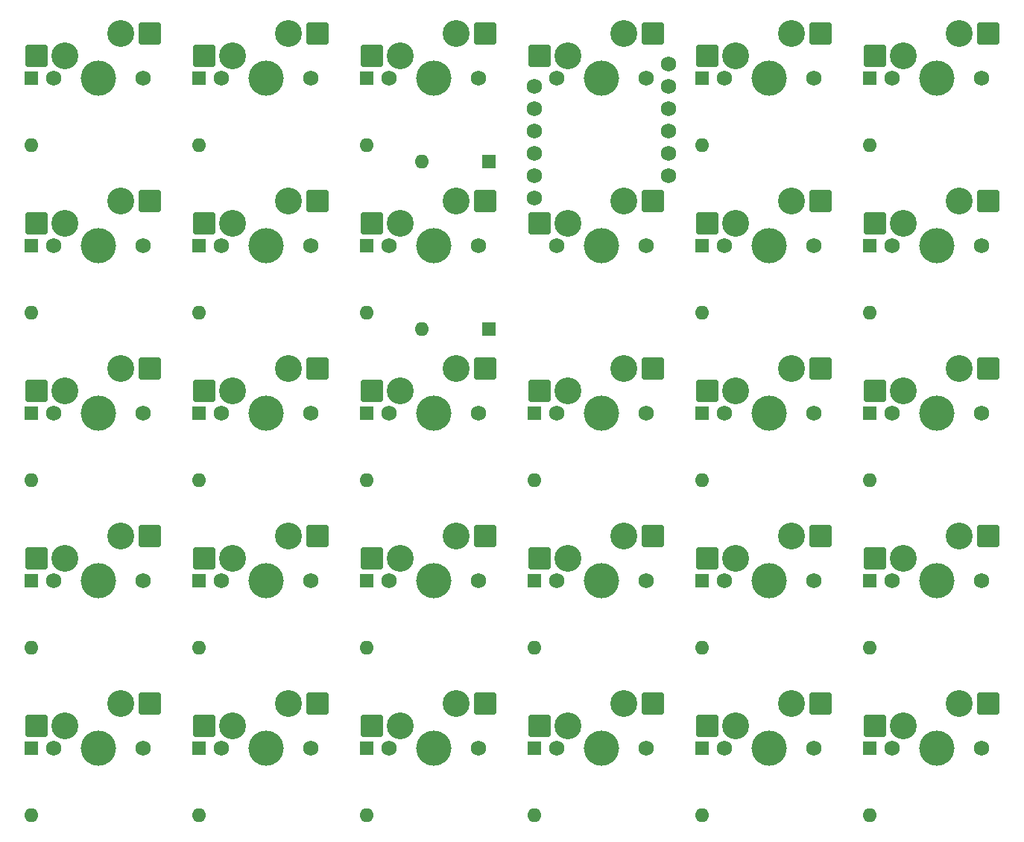
<source format=gbr>
G04 #@! TF.GenerationSoftware,KiCad,Pcbnew,7.0.10*
G04 #@! TF.CreationDate,2024-01-27T14:07:50+01:00*
G04 #@! TF.ProjectId,board-pcb,626f6172-642d-4706-9362-2e6b69636164,rev?*
G04 #@! TF.SameCoordinates,Original*
G04 #@! TF.FileFunction,Soldermask,Bot*
G04 #@! TF.FilePolarity,Negative*
%FSLAX46Y46*%
G04 Gerber Fmt 4.6, Leading zero omitted, Abs format (unit mm)*
G04 Created by KiCad (PCBNEW 7.0.10) date 2024-01-27 14:07:50*
%MOMM*%
%LPD*%
G01*
G04 APERTURE LIST*
G04 Aperture macros list*
%AMRoundRect*
0 Rectangle with rounded corners*
0 $1 Rounding radius*
0 $2 $3 $4 $5 $6 $7 $8 $9 X,Y pos of 4 corners*
0 Add a 4 corners polygon primitive as box body*
4,1,4,$2,$3,$4,$5,$6,$7,$8,$9,$2,$3,0*
0 Add four circle primitives for the rounded corners*
1,1,$1+$1,$2,$3*
1,1,$1+$1,$4,$5*
1,1,$1+$1,$6,$7*
1,1,$1+$1,$8,$9*
0 Add four rect primitives between the rounded corners*
20,1,$1+$1,$2,$3,$4,$5,0*
20,1,$1+$1,$4,$5,$6,$7,0*
20,1,$1+$1,$6,$7,$8,$9,0*
20,1,$1+$1,$8,$9,$2,$3,0*%
G04 Aperture macros list end*
%ADD10C,1.750000*%
%ADD11C,3.050000*%
%ADD12C,4.000000*%
%ADD13RoundRect,0.250000X-1.025000X-1.000000X1.025000X-1.000000X1.025000X1.000000X-1.025000X1.000000X0*%
%ADD14C,1.752600*%
%ADD15R,1.600000X1.600000*%
%ADD16O,1.600000X1.600000*%
G04 APERTURE END LIST*
D10*
G04 #@! TO.C,S1\u002C3*
X59155000Y-97790000D03*
D11*
X60425000Y-95250000D03*
D12*
X64235000Y-97790000D03*
D11*
X66775000Y-92710000D03*
D10*
X69315000Y-97790000D03*
D13*
X57150000Y-95250000D03*
X70077000Y-92710000D03*
G04 #@! TD*
D10*
G04 #@! TO.C,S1\u002C4*
X59155000Y-116840000D03*
D11*
X60425000Y-114300000D03*
D12*
X64235000Y-116840000D03*
D11*
X66775000Y-111760000D03*
D10*
X69315000Y-116840000D03*
D13*
X57150000Y-114300000D03*
X70077000Y-111760000D03*
G04 #@! TD*
D10*
G04 #@! TO.C,S1\u002C0*
X59155000Y-40640000D03*
D11*
X60425000Y-38100000D03*
D12*
X64235000Y-40640000D03*
D11*
X66775000Y-35560000D03*
D10*
X69315000Y-40640000D03*
D13*
X57150000Y-38100000D03*
X70077000Y-35560000D03*
G04 #@! TD*
D10*
G04 #@! TO.C,S3\u002C0*
X97255000Y-40640000D03*
D11*
X98525000Y-38100000D03*
D12*
X102335000Y-40640000D03*
D11*
X104875000Y-35560000D03*
D10*
X107415000Y-40640000D03*
D13*
X95250000Y-38100000D03*
X108177000Y-35560000D03*
G04 #@! TD*
D10*
G04 #@! TO.C,S2\u002C4*
X78205000Y-116840000D03*
D11*
X79475000Y-114300000D03*
D12*
X83285000Y-116840000D03*
D11*
X85825000Y-111760000D03*
D10*
X88365000Y-116840000D03*
D13*
X76200000Y-114300000D03*
X89127000Y-111760000D03*
G04 #@! TD*
D10*
G04 #@! TO.C,S0\u002C1*
X40105000Y-59690000D03*
D11*
X41375000Y-57150000D03*
D12*
X45185000Y-59690000D03*
D11*
X47725000Y-54610000D03*
D10*
X50265000Y-59690000D03*
D13*
X38100000Y-57150000D03*
X51027000Y-54610000D03*
G04 #@! TD*
D10*
G04 #@! TO.C,S2\u002C2*
X78205000Y-78740000D03*
D11*
X79475000Y-76200000D03*
D12*
X83285000Y-78740000D03*
D11*
X85825000Y-73660000D03*
D10*
X88365000Y-78740000D03*
D13*
X76200000Y-76200000D03*
X89127000Y-73660000D03*
G04 #@! TD*
D10*
G04 #@! TO.C,S4\u002C1*
X116305000Y-59690000D03*
D11*
X117575000Y-57150000D03*
D12*
X121385000Y-59690000D03*
D11*
X123925000Y-54610000D03*
D10*
X126465000Y-59690000D03*
D13*
X114300000Y-57150000D03*
X127227000Y-54610000D03*
G04 #@! TD*
D10*
G04 #@! TO.C,S0\u002C4*
X40105000Y-116840000D03*
D11*
X41375000Y-114300000D03*
D12*
X45185000Y-116840000D03*
D11*
X47725000Y-111760000D03*
D10*
X50265000Y-116840000D03*
D13*
X38100000Y-114300000D03*
X51027000Y-111760000D03*
G04 #@! TD*
D10*
G04 #@! TO.C,S3\u002C1*
X97255000Y-59690000D03*
D11*
X98525000Y-57150000D03*
D12*
X102335000Y-59690000D03*
D11*
X104875000Y-54610000D03*
D10*
X107415000Y-59690000D03*
D13*
X95250000Y-57150000D03*
X108177000Y-54610000D03*
G04 #@! TD*
D10*
G04 #@! TO.C,S4\u002C2*
X116305000Y-78740000D03*
D11*
X117575000Y-76200000D03*
D12*
X121385000Y-78740000D03*
D11*
X123925000Y-73660000D03*
D10*
X126465000Y-78740000D03*
D13*
X114300000Y-76200000D03*
X127227000Y-73660000D03*
G04 #@! TD*
D10*
G04 #@! TO.C,S2\u002C3*
X78205000Y-97790000D03*
D11*
X79475000Y-95250000D03*
D12*
X83285000Y-97790000D03*
D11*
X85825000Y-92710000D03*
D10*
X88365000Y-97790000D03*
D13*
X76200000Y-95250000D03*
X89127000Y-92710000D03*
G04 #@! TD*
D10*
G04 #@! TO.C,S2\u002C1*
X78205000Y-59690000D03*
D11*
X79475000Y-57150000D03*
D12*
X83285000Y-59690000D03*
D11*
X85825000Y-54610000D03*
D10*
X88365000Y-59690000D03*
D13*
X76200000Y-57150000D03*
X89127000Y-54610000D03*
G04 #@! TD*
D10*
G04 #@! TO.C,S2\u002C0*
X78205000Y-40640000D03*
D11*
X79475000Y-38100000D03*
D12*
X83285000Y-40640000D03*
D11*
X85825000Y-35560000D03*
D10*
X88365000Y-40640000D03*
D13*
X76200000Y-38100000D03*
X89127000Y-35560000D03*
G04 #@! TD*
D10*
G04 #@! TO.C,S3\u002C4*
X97255000Y-116840000D03*
D11*
X98525000Y-114300000D03*
D12*
X102335000Y-116840000D03*
D11*
X104875000Y-111760000D03*
D10*
X107415000Y-116840000D03*
D13*
X95250000Y-114300000D03*
X108177000Y-111760000D03*
G04 #@! TD*
D10*
G04 #@! TO.C,S5\u002C0*
X135355000Y-40640000D03*
D11*
X136625000Y-38100000D03*
D12*
X140435000Y-40640000D03*
D11*
X142975000Y-35560000D03*
D10*
X145515000Y-40640000D03*
D13*
X133350000Y-38100000D03*
X146277000Y-35560000D03*
G04 #@! TD*
D10*
G04 #@! TO.C,S5\u002C2*
X135355000Y-78740000D03*
D11*
X136625000Y-76200000D03*
D12*
X140435000Y-78740000D03*
D11*
X142975000Y-73660000D03*
D10*
X145515000Y-78740000D03*
D13*
X133350000Y-76200000D03*
X146277000Y-73660000D03*
G04 #@! TD*
D10*
G04 #@! TO.C,S0\u002C0*
X40105000Y-40640000D03*
D11*
X41375000Y-38100000D03*
D12*
X45185000Y-40640000D03*
D11*
X47725000Y-35560000D03*
D10*
X50265000Y-40640000D03*
D13*
X38100000Y-38100000D03*
X51027000Y-35560000D03*
G04 #@! TD*
D10*
G04 #@! TO.C,S4\u002C0*
X116305000Y-40640000D03*
D11*
X117575000Y-38100000D03*
D12*
X121385000Y-40640000D03*
D11*
X123925000Y-35560000D03*
D10*
X126465000Y-40640000D03*
D13*
X114300000Y-38100000D03*
X127227000Y-35560000D03*
G04 #@! TD*
D10*
G04 #@! TO.C,S1\u002C2*
X59155000Y-78740000D03*
D11*
X60425000Y-76200000D03*
D12*
X64235000Y-78740000D03*
D11*
X66775000Y-73660000D03*
D10*
X69315000Y-78740000D03*
D13*
X57150000Y-76200000D03*
X70077000Y-73660000D03*
G04 #@! TD*
D14*
G04 #@! TO.C,U2*
X94715000Y-41592500D03*
X94715000Y-44132500D03*
X94715000Y-46672500D03*
X94715000Y-49212500D03*
X94715000Y-51752500D03*
X94715000Y-54292500D03*
X109955000Y-51752500D03*
X109955000Y-49212500D03*
X109955000Y-46672500D03*
X109955000Y-44132500D03*
X109955000Y-41592500D03*
X109955000Y-39052500D03*
G04 #@! TD*
D10*
G04 #@! TO.C,S5\u002C3*
X135355000Y-97790000D03*
D11*
X136625000Y-95250000D03*
D12*
X140435000Y-97790000D03*
D11*
X142975000Y-92710000D03*
D10*
X145515000Y-97790000D03*
D13*
X133350000Y-95250000D03*
X146277000Y-92710000D03*
G04 #@! TD*
D10*
G04 #@! TO.C,S3\u002C3*
X97255000Y-97790000D03*
D11*
X98525000Y-95250000D03*
D12*
X102335000Y-97790000D03*
D11*
X104875000Y-92710000D03*
D10*
X107415000Y-97790000D03*
D13*
X95250000Y-95250000D03*
X108177000Y-92710000D03*
G04 #@! TD*
D10*
G04 #@! TO.C,S0\u002C2*
X40105000Y-78740000D03*
D11*
X41375000Y-76200000D03*
D12*
X45185000Y-78740000D03*
D11*
X47725000Y-73660000D03*
D10*
X50265000Y-78740000D03*
D13*
X38100000Y-76200000D03*
X51027000Y-73660000D03*
G04 #@! TD*
D10*
G04 #@! TO.C,S3\u002C2*
X97255000Y-78740000D03*
D11*
X98525000Y-76200000D03*
D12*
X102335000Y-78740000D03*
D11*
X104875000Y-73660000D03*
D10*
X107415000Y-78740000D03*
D13*
X95250000Y-76200000D03*
X108177000Y-73660000D03*
G04 #@! TD*
D10*
G04 #@! TO.C,S5\u002C1*
X135355000Y-59690000D03*
D11*
X136625000Y-57150000D03*
D12*
X140435000Y-59690000D03*
D11*
X142975000Y-54610000D03*
D10*
X145515000Y-59690000D03*
D13*
X133350000Y-57150000D03*
X146277000Y-54610000D03*
G04 #@! TD*
D10*
G04 #@! TO.C,S4\u002C3*
X116305000Y-97790000D03*
D11*
X117575000Y-95250000D03*
D12*
X121385000Y-97790000D03*
D11*
X123925000Y-92710000D03*
D10*
X126465000Y-97790000D03*
D13*
X114300000Y-95250000D03*
X127227000Y-92710000D03*
G04 #@! TD*
D10*
G04 #@! TO.C,S1\u002C1*
X59155000Y-59690000D03*
D11*
X60425000Y-57150000D03*
D12*
X64235000Y-59690000D03*
D11*
X66775000Y-54610000D03*
D10*
X69315000Y-59690000D03*
D13*
X57150000Y-57150000D03*
X70077000Y-54610000D03*
G04 #@! TD*
D10*
G04 #@! TO.C,S0\u002C3*
X40105000Y-97790000D03*
D11*
X41375000Y-95250000D03*
D12*
X45185000Y-97790000D03*
D11*
X47725000Y-92710000D03*
D10*
X50265000Y-97790000D03*
D13*
X38100000Y-95250000D03*
X51027000Y-92710000D03*
G04 #@! TD*
D10*
G04 #@! TO.C,S5\u002C4*
X135355000Y-116840000D03*
D11*
X136625000Y-114300000D03*
D12*
X140435000Y-116840000D03*
D11*
X142975000Y-111760000D03*
D10*
X145515000Y-116840000D03*
D13*
X133350000Y-114300000D03*
X146277000Y-111760000D03*
G04 #@! TD*
D10*
G04 #@! TO.C,S4\u002C4*
X116305000Y-116840000D03*
D11*
X117575000Y-114300000D03*
D12*
X121385000Y-116840000D03*
D11*
X123925000Y-111760000D03*
D10*
X126465000Y-116840000D03*
D13*
X114300000Y-114300000D03*
X127227000Y-111760000D03*
G04 #@! TD*
D15*
G04 #@! TO.C,D0\u002C0*
X37541250Y-40640000D03*
D16*
X37541250Y-48260000D03*
G04 #@! TD*
D15*
G04 #@! TO.C,D2\u002C1*
X75641250Y-59690000D03*
D16*
X75641250Y-67310000D03*
G04 #@! TD*
D15*
G04 #@! TO.C,D2\u002C2*
X75641250Y-78740000D03*
D16*
X75641250Y-86360000D03*
G04 #@! TD*
D15*
G04 #@! TO.C,D4\u002C1*
X113741250Y-59690000D03*
D16*
X113741250Y-67310000D03*
G04 #@! TD*
D15*
G04 #@! TO.C,D5\u002C4*
X132791250Y-116840000D03*
D16*
X132791250Y-124460000D03*
G04 #@! TD*
D15*
G04 #@! TO.C,D3\u002C1*
X89476250Y-69215000D03*
D16*
X81856250Y-69215000D03*
G04 #@! TD*
D15*
G04 #@! TO.C,D4\u002C0*
X113741250Y-40640000D03*
D16*
X113741250Y-48260000D03*
G04 #@! TD*
D15*
G04 #@! TO.C,D5\u002C3*
X132791250Y-97790000D03*
D16*
X132791250Y-105410000D03*
G04 #@! TD*
D15*
G04 #@! TO.C,D0\u002C3*
X37541250Y-97790000D03*
D16*
X37541250Y-105410000D03*
G04 #@! TD*
D15*
G04 #@! TO.C,D5\u002C2*
X132791250Y-78740000D03*
D16*
X132791250Y-86360000D03*
G04 #@! TD*
D15*
G04 #@! TO.C,D5\u002C0*
X132791250Y-40640000D03*
D16*
X132791250Y-48260000D03*
G04 #@! TD*
D15*
G04 #@! TO.C,D4\u002C4*
X113741250Y-116840000D03*
D16*
X113741250Y-124460000D03*
G04 #@! TD*
D15*
G04 #@! TO.C,D2\u002C4*
X75641250Y-116840000D03*
D16*
X75641250Y-124460000D03*
G04 #@! TD*
D15*
G04 #@! TO.C,D1\u002C4*
X56591250Y-116840000D03*
D16*
X56591250Y-124460000D03*
G04 #@! TD*
D15*
G04 #@! TO.C,D1\u002C2*
X56591250Y-78740000D03*
D16*
X56591250Y-86360000D03*
G04 #@! TD*
D15*
G04 #@! TO.C,D3\u002C4*
X94691250Y-116840000D03*
D16*
X94691250Y-124460000D03*
G04 #@! TD*
D15*
G04 #@! TO.C,D3\u002C2*
X94691250Y-78740000D03*
D16*
X94691250Y-86360000D03*
G04 #@! TD*
D15*
G04 #@! TO.C,D4\u002C3*
X113741250Y-97790000D03*
D16*
X113741250Y-105410000D03*
G04 #@! TD*
D15*
G04 #@! TO.C,D2\u002C0*
X75641250Y-40640000D03*
D16*
X75641250Y-48260000D03*
G04 #@! TD*
D15*
G04 #@! TO.C,D3\u002C3*
X94691250Y-97790000D03*
D16*
X94691250Y-105410000D03*
G04 #@! TD*
D15*
G04 #@! TO.C,D2\u002C3*
X75641250Y-97790000D03*
D16*
X75641250Y-105410000D03*
G04 #@! TD*
D15*
G04 #@! TO.C,D1\u002C0*
X56591250Y-40640000D03*
D16*
X56591250Y-48260000D03*
G04 #@! TD*
D15*
G04 #@! TO.C,D1\u002C1*
X56591250Y-59690000D03*
D16*
X56591250Y-67310000D03*
G04 #@! TD*
D15*
G04 #@! TO.C,D0\u002C4*
X37541250Y-116840000D03*
D16*
X37541250Y-124460000D03*
G04 #@! TD*
D15*
G04 #@! TO.C,D1\u002C3*
X56591250Y-97790000D03*
D16*
X56591250Y-105410000D03*
G04 #@! TD*
D15*
G04 #@! TO.C,D0\u002C2*
X37541250Y-78740000D03*
D16*
X37541250Y-86360000D03*
G04 #@! TD*
D15*
G04 #@! TO.C,D0\u002C1*
X37541250Y-59690000D03*
D16*
X37541250Y-67310000D03*
G04 #@! TD*
D15*
G04 #@! TO.C,D4\u002C2*
X113741250Y-78740000D03*
D16*
X113741250Y-86360000D03*
G04 #@! TD*
D15*
G04 #@! TO.C,D5\u002C1*
X132791250Y-59690000D03*
D16*
X132791250Y-67310000D03*
G04 #@! TD*
D15*
G04 #@! TO.C,D3\u002C0*
X89476250Y-50165000D03*
D16*
X81856250Y-50165000D03*
G04 #@! TD*
M02*

</source>
